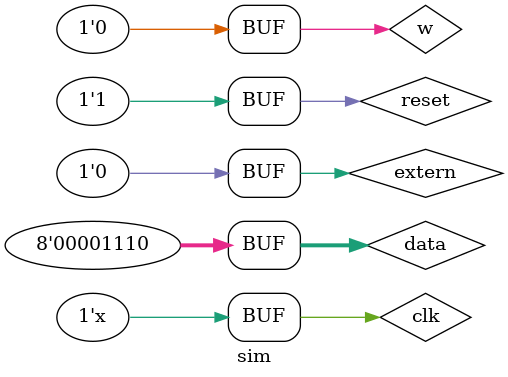
<source format=v>
`timescale 1ns / 1ps


module sim();
    parameter n = 8;
    reg reset, clk, w, extern;
    reg [n-1:0] data;
    wire [n-1:0] R1, R2, R3, busw;
    wire done;
    bus U1(reset, clk, w, data, extern, R1, R2, R3, busw, done);
    initial
    clk = 1'b1;
    always #50 clk = ~clk;
    initial 
    begin
    reset = 1'b1;
    w = 1'b1;   
    extern  = 1'b1;
    data = 7'b0011001;
    # 50
    data = 7'b1100110;
    # 50
    data = 7'b0001110;
    w = 1'b0;
    #100
    extern = 1'b0;
    end
        
endmodule

</source>
